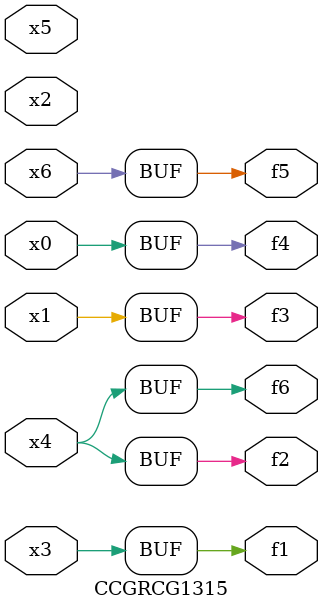
<source format=v>
module CCGRCG1315(
	input x0, x1, x2, x3, x4, x5, x6,
	output f1, f2, f3, f4, f5, f6
);
	assign f1 = x3;
	assign f2 = x4;
	assign f3 = x1;
	assign f4 = x0;
	assign f5 = x6;
	assign f6 = x4;
endmodule

</source>
